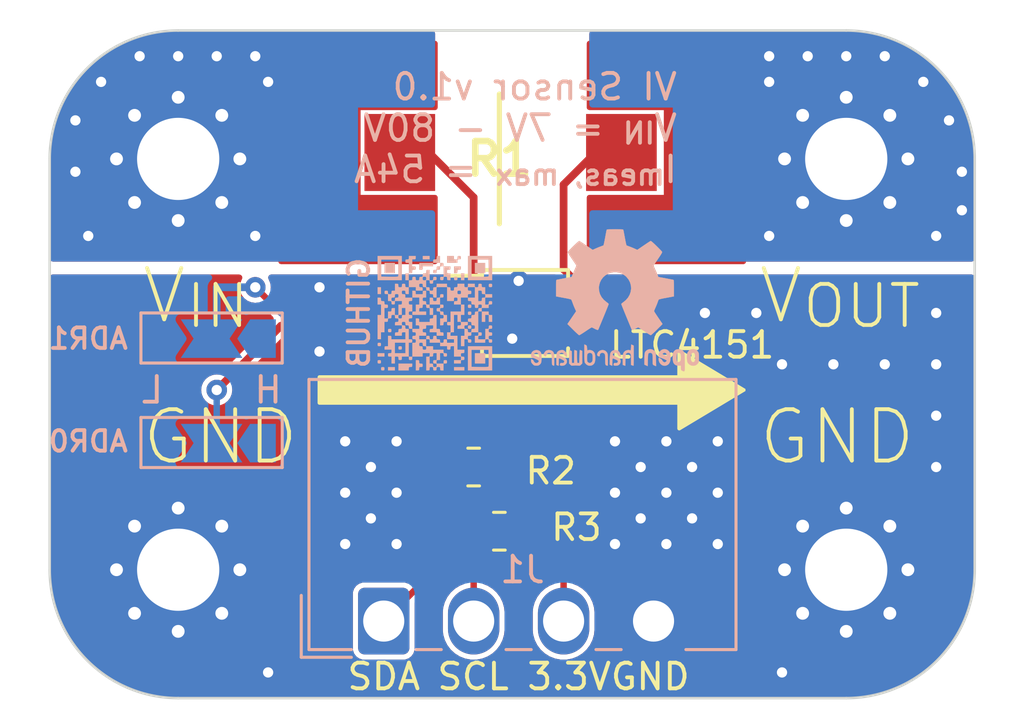
<source format=kicad_pcb>
(kicad_pcb (version 20221018) (generator pcbnew)
  (layers (0 "F.Cu" signal) (31 "B.Cu" signal) (34 "B.Paste" user) (35 "F.Paste" user) (36 "B.SilkS" user "B.Silkscreen") (37 "F.SilkS" user "F.Silkscreen") (38 "B.Mask" user) (39 "F.Mask" user) (44 "Edge.Cuts" user))
  (net 0 "")
  (net 1 "+BATT")
  (net 2 "/V_{out}")
  (net 3 "/ADR1")
  (net 4 "GND")
  (net 5 "/ADR0")
  (net 6 "/Sense_{+}")
  (net 7 "/Sense_{-}")
  (net 8 "+3.3V")
  (net 9 "/SDA")
  (net 10 "/SCL")
  (footprint "MountingHole:MountingHole_3.2mm_M3_Pad_Via" (layer "F.Cu") (at 135.5 85)
    (fp_text reference "H2" hide)
    (fp_text value "MountingHole_Pad")
    (pad "1" thru_hole circle (at -2.4 0) (size 0.8 0.8) (drill 0.5) (layers "*.Cu" "*.Mask") (net 2 "/V_{out}"))
    (pad "1" thru_hole circle (at -1.697056 -1.697056) (size 0.8 0.8) (drill 0.5) (layers "*.Cu" "*.Mask") (net 2 "/V_{out}"))
    (pad "1" thru_hole circle (at -1.697056 1.697056) (size 0.8 0.8) (drill 0.5) (layers "*.Cu" "*.Mask") (net 2 "/V_{out}"))
    (pad "1" thru_hole circle (at 0 -2.4) (size 0.8 0.8) (drill 0.5) (layers "*.Cu" "*.Mask") (net 2 "/V_{out}"))
    (pad "1" thru_hole circle (at 0 0) (size 6.4 6.4) (drill 3.2) (layers "*.Cu" "*.Mask") (net 2 "/V_{out}"))
    (pad "1" thru_hole circle (at 0 2.4) (size 0.8 0.8) (drill 0.5) (layers "*.Cu" "*.Mask") (net 2 "/V_{out}"))
    (pad "1" thru_hole circle (at 1.697056 -1.697056) (size 0.8 0.8) (drill 0.5) (layers "*.Cu" "*.Mask") (net 2 "/V_{out}"))
    (pad "1" thru_hole circle (at 1.697056 1.697056) (size 0.8 0.8) (drill 0.5) (layers "*.Cu" "*.Mask") (net 2 "/V_{out}"))
    (pad "1" thru_hole circle (at 2.4 0) (size 0.8 0.8) (drill 0.5) (layers "*.Cu" "*.Mask") (net 2 "/V_{out}"))
  )
  (footprint "Resistor_SMD:R_0805_2012Metric_Pad1.20x1.40mm_HandSolder" (layer "F.Cu") (at 121 97 180)
    (fp_text reference "R2" (at -3 -0.15) (layer "F.SilkS"))
    (fp_text value "2k")
    (pad "1" smd roundrect (at -1 0 180) (size 1.2 1.4) (layers "F.Cu" "F.Paste" "F.Mask") (roundrect_rratio 0.2083333333) (net 8 "+3.3V"))
    (pad "2" smd roundrect (at 1 0 180) (size 1.2 1.4) (layers "F.Cu" "F.Paste" "F.Mask") (roundrect_rratio 0.2083333333) (net 9 "/SDA"))
  )
  (footprint "MountingHole:MountingHole_3.2mm_M3_Pad_Via" (layer "F.Cu") (at 135.5 101)
    (fp_text reference "H6" hide)
    (fp_text value "MountingHole_Pad")
    (pad "1" thru_hole circle (at -2.4 0) (size 0.8 0.8) (drill 0.5) (layers "*.Cu" "*.Mask") (net 4 "GND"))
    (pad "1" thru_hole circle (at -1.697056 -1.697056) (size 0.8 0.8) (drill 0.5) (layers "*.Cu" "*.Mask") (net 4 "GND"))
    (pad "1" thru_hole circle (at -1.697056 1.697056) (size 0.8 0.8) (drill 0.5) (layers "*.Cu" "*.Mask") (net 4 "GND"))
    (pad "1" thru_hole circle (at 0 -2.4) (size 0.8 0.8) (drill 0.5) (layers "*.Cu" "*.Mask") (net 4 "GND"))
    (pad "1" thru_hole circle (at 0 0) (size 6.4 6.4) (drill 3.2) (layers "*.Cu" "*.Mask") (net 4 "GND"))
    (pad "1" thru_hole circle (at 0 2.4) (size 0.8 0.8) (drill 0.5) (layers "*.Cu" "*.Mask") (net 4 "GND"))
    (pad "1" thru_hole circle (at 1.697056 -1.697056) (size 0.8 0.8) (drill 0.5) (layers "*.Cu" "*.Mask") (net 4 "GND"))
    (pad "1" thru_hole circle (at 1.697056 1.697056) (size 0.8 0.8) (drill 0.5) (layers "*.Cu" "*.Mask") (net 4 "GND"))
    (pad "1" thru_hole circle (at 2.4 0) (size 0.8 0.8) (drill 0.5) (layers "*.Cu" "*.Mask") (net 4 "GND"))
  )
  (footprint "Package_SO:MSOP-10_3x3mm_P0.5mm" (layer "F.Cu") (at 123 91)
    (fp_text reference "LTC4151" (at 6.5 1.25) (layer "F.SilkS"))
    (fp_text value "LTC4151xMS")
    (pad "1" smd rect (at -2.2 -1) (size 1.4 0.3) (layers "F.Cu" "F.Paste" "F.Mask") (net 6 "/Sense_{+}"))
    (pad "2" smd rect (at -2.2 -0.5) (size 1.4 0.3) (layers "F.Cu" "F.Paste" "F.Mask") (net 1 "+BATT"))
    (pad "3" smd rect (at -2.2 0) (size 1.4 0.3) (layers "F.Cu" "F.Paste" "F.Mask") (net 3 "/ADR1"))
    (pad "4" smd rect (at -2.2 0.5) (size 1.4 0.3) (layers "F.Cu" "F.Paste" "F.Mask") (net 5 "/ADR0"))
    (pad "5" smd rect (at -2.2 1) (size 1.4 0.3) (layers "F.Cu" "F.Paste" "F.Mask") (net 4 "GND"))
    (pad "6" smd rect (at 2.2 1) (size 1.4 0.3) (layers "F.Cu" "F.Paste" "F.Mask") (net 10 "/SCL"))
    (pad "7" smd rect (at 2.2 0.5) (size 1.4 0.3) (layers "F.Cu" "F.Paste" "F.Mask") (net 9 "/SDA"))
    (pad "8" smd rect (at 2.2 0) (size 1.4 0.3) (layers "F.Cu" "F.Paste" "F.Mask"))
    (pad "9" smd rect (at 2.2 -0.5) (size 1.4 0.3) (layers "F.Cu" "F.Paste" "F.Mask") (net 4 "GND"))
    (pad "10" smd rect (at 2.2 -1) (size 1.4 0.3) (layers "F.Cu" "F.Paste" "F.Mask") (net 7 "/Sense_{-}"))
  )
  (footprint "MountingHole:MountingHole_3.2mm_M3_Pad_Via" (layer "F.Cu") (at 109.5 101)
    (fp_text reference "H5" hide)
    (fp_text value "MountingHole_Pad")
    (pad "1" thru_hole circle (at -2.4 0) (size 0.8 0.8) (drill 0.5) (layers "*.Cu" "*.Mask") (net 4 "GND"))
    (pad "1" thru_hole circle (at -1.697056 -1.697056) (size 0.8 0.8) (drill 0.5) (layers "*.Cu" "*.Mask") (net 4 "GND"))
    (pad "1" thru_hole circle (at -1.697056 1.697056) (size 0.8 0.8) (drill 0.5) (layers "*.Cu" "*.Mask") (net 4 "GND"))
    (pad "1" thru_hole circle (at 0 -2.4) (size 0.8 0.8) (drill 0.5) (layers "*.Cu" "*.Mask") (net 4 "GND"))
    (pad "1" thru_hole circle (at 0 0) (size 6.4 6.4) (drill 3.2) (layers "*.Cu" "*.Mask") (net 4 "GND"))
    (pad "1" thru_hole circle (at 0 2.4) (size 0.8 0.8) (drill 0.5) (layers "*.Cu" "*.Mask") (net 4 "GND"))
    (pad "1" thru_hole circle (at 1.697056 -1.697056) (size 0.8 0.8) (drill 0.5) (layers "*.Cu" "*.Mask") (net 4 "GND"))
    (pad "1" thru_hole circle (at 1.697056 1.697056) (size 0.8 0.8) (drill 0.5) (layers "*.Cu" "*.Mask") (net 4 "GND"))
    (pad "1" thru_hole circle (at 2.4 0) (size 0.8 0.8) (drill 0.5) (layers "*.Cu" "*.Mask") (net 4 "GND"))
  )
  (footprint "Resistor_SMD:R_0805_2012Metric_Pad1.20x1.40mm_HandSolder" (layer "F.Cu") (at 122 99.5 180)
    (fp_text reference "R3" (at -3 0.15) (layer "F.SilkS"))
    (fp_text value "2k")
    (pad "1" smd roundrect (at -1 0 180) (size 1.2 1.4) (layers "F.Cu" "F.Paste" "F.Mask") (roundrect_rratio 0.2083333333) (net 8 "+3.3V"))
    (pad "2" smd roundrect (at 1 0 180) (size 1.2 1.4) (layers "F.Cu" "F.Paste" "F.Mask") (roundrect_rratio 0.2083333333) (net 10 "/SCL"))
  )
  (footprint "SamacSys_Parts:RESC10052X90N" (layer "F.Cu") (at 122 85)
    (fp_text reference "R1" (at 0 0) (layer "F.SilkS") (effects (font (size 1.27 1.27) (thickness 0.254))))
    (fp_text value "HoLRS1575-1.5mR-1%" hide)
    (pad "1" smd custom (at -7 -0.5 90) (size 2.9 1.734) (layers "F.Cu" "F.Paste" "F.Mask") (net 1 "+BATT") (options (clearance outline) (anchor rect)) (primitives (gr_poly (pts (xy 4 4.5) (xy 4 -1.5) (xy -4.5 -1.5) (xy -4.5 4.5) (xy -2 4.5) (xy -2 1.5) (xy 1.5 1.5) (xy 1.5 4.5)) (width 0.2) (fill yes))))
    (pad "2" smd custom (at 8.5 -0.5) (size 1.5 1.5) (layers "F.Cu" "F.Paste" "F.Mask") (net 2 "/V_{out}") (options (clearance outline) (anchor circle)) (primitives (gr_poly (pts (xy -0.75 -1.625) (xy -0.73097 -1.720671) (xy -0.676777 -1.801777) (xy -0.595671 -1.85597) (xy -0.5 -1.875) (xy 0.5 -1.875) (xy 0.595671 -1.85597) (xy 0.676777 -1.801777) (xy 0.73097 -1.720671) (xy 0.75 -1.625) (xy 0.75 1.625) (xy 0.73097 1.720671) (xy 0.676777 1.801777) (xy 0.595671 1.85597) (xy 0.5 1.875) (xy -0.5 1.875) (xy -0.595671 1.85597) (xy -0.676777 1.801777) (xy -0.73097 1.720671) (xy -0.75 1.625)) (width 0) (fill yes)) (gr_poly (pts (xy -5 -4) (xy 1 -4) (xy 1 4.5) (xy -5 4.5) (xy -5 2) (xy -2 2) (xy -2 -1.5) (xy -5 -1.5)) (width 0.2) (fill yes))))
    (pad "3" smd rect (at -3.875 -0.25) (size 2.75 3) (layers "F.Cu" "F.Paste" "F.Mask") (net 6 "/Sense_{+}"))
    (pad "4" smd rect (at 4.75 -0.25) (size 2.749998 3) (layers "F.Cu" "F.Paste" "F.Mask") (net 7 "/Sense_{-}"))
  )
  (footprint "MountingHole:MountingHole_3.2mm_M3_Pad_Via" (layer "F.Cu") (at 109.5 85)
    (fp_text reference "H1" hide)
    (fp_text value "MountingHole_Pad")
    (pad "1" thru_hole circle (at -2.4 0) (size 0.8 0.8) (drill 0.5) (layers "*.Cu" "*.Mask") (net 1 "+BATT"))
    (pad "1" thru_hole circle (at -1.697056 -1.697056) (size 0.8 0.8) (drill 0.5) (layers "*.Cu" "*.Mask") (net 1 "+BATT"))
    (pad "1" thru_hole circle (at -1.697056 1.697056) (size 0.8 0.8) (drill 0.5) (layers "*.Cu" "*.Mask") (net 1 "+BATT"))
    (pad "1" thru_hole circle (at 0 -2.4) (size 0.8 0.8) (drill 0.5) (layers "*.Cu" "*.Mask") (net 1 "+BATT"))
    (pad "1" thru_hole circle (at 0 0) (size 6.4 6.4) (drill 3.2) (layers "*.Cu" "*.Mask") (net 1 "+BATT"))
    (pad "1" thru_hole circle (at 0 2.4) (size 0.8 0.8) (drill 0.5) (layers "*.Cu" "*.Mask") (net 1 "+BATT"))
    (pad "1" thru_hole circle (at 1.697056 -1.697056) (size 0.8 0.8) (drill 0.5) (layers "*.Cu" "*.Mask") (net 1 "+BATT"))
    (pad "1" thru_hole circle (at 1.697056 1.697056) (size 0.8 0.8) (drill 0.5) (layers "*.Cu" "*.Mask") (net 1 "+BATT"))
    (pad "1" thru_hole circle (at 2.4 0) (size 0.8 0.8) (drill 0.5) (layers "*.Cu" "*.Mask") (net 1 "+BATT"))
  )
  (footprint "LOGO" (layer "B.Cu") (at 119.5 91 180)
    (fp_text reference "G***" hide)
    (fp_text value "LOGO" hide)
  )
  (footprint "Jumper:SolderJumper-3_P2.0mm_Open_TrianglePad1.0x1.5mm_NumberLabels" (layer "B.Cu") (at 110.8 96.07 180)
    (fp_text reference "ADR0" (at 4.8 0.07 180) (layer "B.SilkS") (effects (font (size 0.8 0.8)) (justify mirror)))
    (fp_text value "SolderJumper_3_Open" hide)
    (fp_text user "L" (at 2.3 2.07 180) (layer "B.SilkS") (effects (justify mirror)))
    (fp_text user "H" (at -2.2 2.07 180) (layer "B.SilkS") (effects (justify mirror)))
    (pad "1" smd custom (at -2 0 180) (size 0.3 0.3) (layers "B.Cu" "B.Mask") (net 1 "+BATT") (options (clearance outline) (anchor rect)) (primitives (gr_poly (pts (xy 1 0) (xy 0.5 -0.75) (xy -0.5 -0.75) (xy -0.5 0.75) (xy 0.5 0.75)) (width 0) (fill yes))))
    (pad "2" smd custom (at 0 0 180) (size 0.3 0.3) (layers "B.Cu") (net 5 "/ADR0") (options (clearance outline) (anchor rect)) (primitives (gr_poly (pts (xy 0.7 0) (xy 1.2 -0.75) (xy -1.2 -0.75) (xy -0.7 0) (xy -1.2 0.75) (xy 1.2 0.75)) (width 0) (fill yes))))
    (pad "3" smd custom (at 2 0) (size 0.3 0.3) (layers "B.Cu" "B.Mask") (net 4 "GND") (options (clearance outline) (anchor rect)) (primitives (gr_poly (pts (xy 1 0) (xy 0.5 -0.75) (xy -0.5 -0.75) (xy -0.5 0.75) (xy 0.5 0.75)) (width 0) (fill yes))))
  )
  (footprint "Jumper:SolderJumper-3_P2.0mm_Open_TrianglePad1.0x1.5mm_NumberLabels" (layer "B.Cu") (at 110.8 92 180)
    (fp_text reference "ADR1" (at 4.8 0) (layer "B.SilkS") (effects (font (size 0.8 0.8)) (justify mirror)))
    (fp_text value "SolderJumper_3_Open" hide)
    (pad "1" smd custom (at -2 0 180) (size 0.3 0.3) (layers "B.Cu" "B.Mask") (net 1 "+BATT") (options (clearance outline) (anchor rect)) (primitives (gr_poly (pts (xy 1 0) (xy 0.5 -0.75) (xy -0.5 -0.75) (xy -0.5 0.75) (xy 0.5 0.75)) (width 0) (fill yes))))
    (pad "2" smd custom (at 0 0 180) (size 0.3 0.3) (layers "B.Cu") (net 3 "/ADR1") (options (clearance outline) (anchor rect)) (primitives (gr_poly (pts (xy 0.7 0) (xy 1.2 -0.75) (xy -1.2 -0.75) (xy -0.7 0) (xy -1.2 0.75) (xy 1.2 0.75)) (width 0) (fill yes))))
    (pad "3" smd custom (at 2 0) (size 0.3 0.3) (layers "B.Cu" "B.Mask") (net 4 "GND") (options (clearance outline) (anchor rect)) (primitives (gr_poly (pts (xy 1 0) (xy 0.5 -0.75) (xy -0.5 -0.75) (xy -0.5 0.75) (xy 0.5 0.75)) (width 0) (fill yes))))
  )
  (footprint "Symbol:OSHW-Logo2_7.3x6mm_SilkScreen" (layer "B.Cu") (at 126.5 90.5 180)
    (fp_text reference "REF**" hide)
    (fp_text value "OSHW-Logo2_7.3x6mm_SilkScreen" hide)
  )
  (footprint "Connector_Wago:Wago_734-164_1x04_P3.50mm_Horizontal" (layer "B.Cu") (at 117.5 103)
    (fp_text reference "J1" (at 5.4 -2) (layer "B.SilkS") (effects (justify mirror)))
    (fp_text value "Wago_734-164_1x04_P3.50mm" hide)
    (pad "1" thru_hole roundrect (at 0 0) (size 2 2.6) (drill 1.6) (layers "*.Cu" "*.Mask") (roundrect_rratio 0.125) (net 9 "/SDA"))
    (pad "2" thru_hole oval (at 3.5 0) (size 2 2.6) (drill 1.6) (layers "*.Cu" "*.Mask") (net 10 "/SCL"))
    (pad "3" thru_hole oval (at 7 0) (size 2 2.6) (drill 1.6) (layers "*.Cu" "*.Mask") (net 8 "+3.3V"))
    (pad "4" thru_hole oval (at 10.5 0) (size 2 2.6) (drill 1.6) (layers "*.Cu" "*.Mask") (net 4 "GND"))
  )
  (gr_poly (pts (xy 115 93.5) (xy 129 93.5) (xy 129 92.5) (xy 131.5 94) (xy 129 95.5) (xy 129 94.5) (xy 115 94.5)) (stroke (width 0.15)) (fill solid) (layer "F.SilkS"))
  (gr_arc (start 140.5 101) (mid 139.035534 104.535534) (end 135.5 106) (stroke (width 0.1)) (layer "Edge.Cuts"))
  (gr_line (start 109.5 80) (end 135.5 80) (stroke (width 0.1)) (layer "Edge.Cuts"))
  (gr_arc (start 104.5 85) (mid 105.964466 81.464466) (end 109.5 80) (stroke (width 0.1)) (layer "Edge.Cuts"))
  (gr_line (start 104.5 101) (end 104.5 85) (stroke (width 0.1)) (layer "Edge.Cuts"))
  (gr_arc (start 135.5 80) (mid 139.035534 81.464466) (end 140.5 85) (stroke (width 0.1)) (layer "Edge.Cuts"))
  (gr_line (start 140.5 85) (end 140.5 101) (stroke (width 0.1)) (layer "Edge.Cuts"))
  (gr_arc (start 109.5 106) (mid 105.964466 104.535534) (end 104.5 101) (stroke (width 0.1)) (layer "Edge.Cuts"))
  (gr_line (start 135.5 106) (end 109.5 106) (stroke (width 0.1)) (layer "Edge.Cuts"))
  (gr_text "GITHUB\n" (at 117 91 90) (layer "B.SilkS") (effects (font (size 0.8 0.8)) (justify bottom mirror)))
  (gr_text "VI Sensor v1.0\nV_{IN} = 7V - 80V\nI_{meas, max} = 54A" (at 129 86) (layer "B.SilkS") (effects (font (size 1 1)) (justify left bottom mirror)))
  (gr_text "SDA" (at 116 105.75) (layer "F.SilkS") (effects (font (size 1 1)) (justify left bottom)))
  (gr_text "GND" (at 132 97) (layer "F.SilkS") (effects (font (size 2 2)) (justify left bottom)))
  (gr_text "3.3V" (at 123 105.75) (layer "F.SilkS") (effects (font (size 1 1)) (justify left bottom)))
  (gr_text "SCL" (at 119.5 105.75) (layer "F.SilkS") (effects (font (size 1 1)) (justify left bottom)))
  (gr_text "GND" (at 126.25 105.75) (layer "F.SilkS") (effects (font (size 1 1)) (justify left bottom)))
  (gr_text "V_{OUT}" (at 132 91.5) (layer "F.SilkS") (effects (font (size 2 2)) (justify left bottom)))
  (gr_text "GND" (at 108 97) (layer "F.SilkS") (effects (font (size 2 2)) (justify left bottom)))
  (gr_text "V_{IN}" (at 108 91.5) (layer "F.SilkS") (effects (font (size 2 2)) (justify left bottom)))
  (via (at 105.5 85.5) (size 0.8) (drill 0.4) (layers "F.Cu" "B.Cu") (net 1))
  (via (at 112.5 88) (size 0.8) (drill 0.4) (layers "F.Cu" "B.Cu") (net 1))
  (via (at 106 88) (size 0.8) (drill 0.4) (layers "F.Cu" "B.Cu") (net 1))
  (via (at 112.5 81) (size 0.8) (drill 0.4) (layers "F.Cu" "B.Cu") (net 1))
  (via (at 109.5 81) (size 0.8) (drill 0.4) (layers "F.Cu" "B.Cu") (net 1))
  (via (at 111 81) (size 0.8) (drill 0.4) (layers "F.Cu" "B.Cu") (net 1))
  (via (at 105.5 83.5) (size 0.8) (drill 0.4) (layers "F.Cu" "B.Cu") (net 1))
  (via (at 113 82) (size 0.8) (drill 0.4) (layers "F.Cu" "B.Cu") (net 1))
  (via (at 108 81) (size 0.8) (drill 0.4) (layers "F.Cu" "B.Cu") (net 1))
  (via (at 106.5 82) (size 0.8) (drill 0.4) (layers "F.Cu" "B.Cu") (net 1))
  (via (at 132.5 81) (size 0.8) (drill 0.4) (layers "F.Cu" "B.Cu") (net 2))
  (via (at 139 88) (size 0.8) (drill 0.4) (layers "F.Cu" "B.Cu") (net 2))
  (via (at 138.5 82) (size 0.8) (drill 0.4) (layers "F.Cu" "B.Cu") (net 2))
  (via (at 140 87) (size 0.8) (drill 0.4) (layers "F.Cu" "B.Cu") (net 2))
  (via (at 137 81) (size 0.8) (drill 0.4) (layers "F.Cu" "B.Cu") (net 2))
  (via (at 132.5 88) (size 0.8) (drill 0.4) (layers "F.Cu" "B.Cu") (net 2))
  (via (at 135.5 81) (size 0.8) (drill 0.4) (layers "F.Cu" "B.Cu") (net 2))
  (via (at 134 81) (size 0.8) (drill 0.4) (layers "F.Cu" "B.Cu") (net 2))
  (via (at 132.5 82) (size 0.8) (drill 0.4) (layers "F.Cu" "B.Cu") (net 2))
  (via (at 140 85.5) (size 0.8) (drill 0.4) (layers "F.Cu" "B.Cu") (net 2))
  (via (at 139.5 83.5) (size 0.8) (drill 0.4) (layers "F.Cu" "B.Cu") (net 2))
  (segment (start 112.5 90) (end 113.5 91) (width 0.25) (layer "F.Cu") (net 3))
  (segment (start 113.5 91) (end 120.6 91) (width 0.25) (layer "F.Cu") (net 3))
  (via (at 112.5 90) (size 0.8) (drill 0.4) (layers "F.Cu" "B.Cu") (net 3))
  (segment (start 111 90) (end 112.5 90) (width 0.3) (layer "B.Cu") (net 3))
  (segment (start 111 92) (end 111 90) (width 0.3) (layer "B.Cu") (net 3))
  (segment (start 122.5 92) (end 120.6 92) (width 0.3) (layer "F.Cu") (net 4))
  (segment (start 125 90.5) (end 123.5 90.5) (width 0.25) (layer "F.Cu") (net 4))
  (segment (start 123.5 90.5) (end 122.75 89.75) (width 0.25) (layer "F.Cu") (net 4))
  (via (at 118 98) (size 0.8) (drill 0.4) (layers "F.Cu" "B.Cu") (net 4))
  (via (at 126.5 98) (size 0.8) (drill 0.4) (layers "F.Cu" "B.Cu") (net 4))
  (via (at 127.5 97) (size 0.8) (drill 0.4) (layers "F.Cu" "B.Cu") (net 4))
  (via (at 130.5 96) (size 0.8) (drill 0.4) (layers "F.Cu" "B.Cu") (net 4))
  (via (at 115 90) (size 0.8) (drill 0.4) (layers "F.Cu" "B.Cu") (net 4))
  (via (at 126.5 96) (size 0.8) (drill 0.4) (layers "F.Cu" "B.Cu") (net 4))
  (via (at 139 93) (size 0.8) (drill 0.4) (layers "F.Cu" "B.Cu") (net 4))
  (via (at 128.5 96) (size 0.8) (drill 0.4) (layers "F.Cu" "B.Cu") (net 4))
  (via (at 117 97) (size 0.8) (drill 0.4) (layers "F.Cu" "B.Cu") (net 4))
  (via (at 116 98) (size 0.8) (drill 0.4) (layers "F.Cu" "B.Cu") (net 4))
  (via (at 130.5 100) (size 0.8) (drill 0.4) (layers "F.Cu" "B.Cu") (net 4))
  (via (at 130 91) (size 0.8) (drill 0.4) (layers "F.Cu" "B.Cu") (net 4))
  (via (at 129.5 97) (size 0.8) (drill 0.4) (layers "F.Cu" "B.Cu") (net 4))
  (via (at 118 96) (size 0.8) (drill 0.4) (layers "F.Cu" "B.Cu") (net 4))
  (via (at 130.5 98) (size 0.8) (drill 0.4) (layers "F.Cu" "B.Cu") (net 4))
  (via (at 117 99) (size 0.8) (drill 0.4) (layers "F.Cu" "B.Cu") (net 4))
  (via (at 116 100) (size 0.8) (drill 0.4) (layers "F.Cu" "B.Cu") (net 4))
  (via (at 118 100) (size 0.8) (drill 0.4) (layers "F.Cu" "B.Cu") (net 4))
  (via (at 126.5 100) (size 0.8) (drill 0.4) (layers "F.Cu" "B.Cu") (net 4))
  (via (at 133 105) (size 0.8) (drill 0.4) (layers "F.Cu" "B.Cu") (net 4))
  (via (at 135 93) (size 0.8) (drill 0.4) (layers "F.Cu" "B.Cu") (net 4))
  (via (at 137 93) (size 0.8) (drill 0.4) (layers "F.Cu" "B.Cu") (net 4))
  (via (at 139 97) (size 0.8) (drill 0.4) (layers "F.Cu" "B.Cu") (net 4))
  (via (at 128.5 98) (size 0.8) (drill 0.4) (layers "F.Cu" "B.Cu") (net 4))
  (via (at 128.5 100) (size 0.8) (drill 0.4) (layers "F.Cu" "B.Cu") (net 4))
  (via (at 133 93) (size 0.8) (drill 0.4) (layers "F.Cu" "B.Cu") (net 4))
  (via (at 113 105) (size 0.8) (drill 0.4) (layers "F.Cu" "B.Cu") (net 4))
  (via (at 122.5 92) (size 0.8) (drill 0.4) (layers "F.Cu" "B.Cu") (net 4))
  (via (at 129.5 99) (size 0.8) (drill 0.4) (layers "F.Cu" "B.Cu") (net 4))
  (via (at 139 91) (size 0.8) (drill 0.4) (layers "F.Cu" "B.Cu") (net 4))
  (via (at 127.5 99) (size 0.8) (drill 0.4) (layers "F.Cu" "B.Cu") (net 4))
  (via (at 116 96) (size 0.8) (drill 0.4) (layers "F.Cu" "B.Cu") (net 4))
  (via (at 122.75 89.75) (size 0.8) (drill 0.4) (layers "F.Cu" "B.Cu") (net 4))
  (via (at 132 91) (size 0.8) (drill 0.4) (layers "F.Cu" "B.Cu") (net 4))
  (via (at 139 95) (size 0.8) (drill 0.4) (layers "F.Cu" "B.Cu") (net 4))
  (via (at 115 92.5) (size 0.8) (drill 0.4) (layers "F.Cu" "B.Cu") (net 4))
  (segment (start 109 95.5) (end 109 99.5) (width 0.5) (layer "B.Cu") (net 4))
  (segment (start 109 92) (end 109 96) (width 0.25) (layer "B.Cu") (net 4))
  (segment (start 111 100.5) (end 110.5 101) (width 0.5) (layer "B.Cu") (net 4))
  (segment (start 109 99.5) (end 110.5 101) (width 0.5) (layer "B.Cu") (net 4))
  (segment (start 113.5 91.5) (end 120.6 91.5) (width 0.3) (layer "F.Cu") (net 5))
  (segment (start 111 94) (end 113.5 91.5) (width 0.3) (layer "F.Cu") (net 5))
  (via (at 111 94) (size 0.8) (drill 0.4) (layers "F.Cu" "B.Cu") (net 5))
  (segment (start 111 96) (end 111 94) (width 0.25) (layer "B.Cu") (net 5))
  (segment (start 121 89.8) (end 120.8 90) (width 0.3) (layer "F.Cu") (net 6))
  (segment (start 119.25 84.75) (end 121 86.5) (width 0.3) (layer "F.Cu") (net 6))
  (segment (start 121 86.5) (end 121 89.8) (width 0.3) (layer "F.Cu") (net 6))
  (segment (start 118.125 84.75) (end 119.25 84.75) (width 0.3) (layer "F.Cu") (net 6))
  (segment (start 125.75 84.75) (end 124.5 86) (width 0.3) (layer "F.Cu") (net 7))
  (segment (start 124.5 89.3) (end 125.2 90) (width 0.3) (layer "F.Cu") (net 7))
  (segment (start 124.5 86) (end 124.5 89.3) (width 0.3) (layer "F.Cu") (net 7))
  (segment (start 126.75 84.75) (end 125.75 84.75) (width 0.3) (layer "F.Cu") (net 7))
  (segment (start 124.5 101) (end 123 99.5) (width 0.25) (layer "F.Cu") (net 8))
  (segment (start 124.5 103) (end 124.5 101) (width 0.25) (layer "F.Cu") (net 8))
  (segment (start 122 97) (end 122 98.5) (width 0.25) (layer "F.Cu") (net 8))
  (segment (start 122 98.5) (end 123 99.5) (width 0.25) (layer "F.Cu") (net 8))
  (segment (start 120 100.5) (end 117.5 103) (width 0.25) (layer "F.Cu") (net 9))
  (segment (start 120 97) (end 120 100.5) (width 0.25) (layer "F.Cu") (net 9))
  (segment (start 125 91.5) (end 124.19038 91.5) (width 0.25) (layer "F.Cu") (net 9))
  (segment (start 124.19038 91.5) (end 120 95.69038) (width 0.25) (layer "F.Cu") (net 9))
  (segment (start 120 95.69038) (end 120 97) (width 0.25) (layer "F.Cu") (net 9))
  (segment (start 121 96) (end 121 99.5) (width 0.25) (layer "F.Cu") (net 10))
  (segment (start 121 99.5) (end 121 103) (width 0.25) (layer "F.Cu") (net 10))
  (segment (start 125 92) (end 121 96) (width 0.25) (layer "F.Cu") (net 10))
  (zone (net 4) (net_name "GND") (layers "F&B.Cu") (priority 1) (connect_pads yes (clearance 0.05)) (min_thickness 0.25) (fill yes (thermal_gap 0.5) (thermal_bridge_width 0.5))
    (polygon (pts (xy 141 89.5) (xy 104 89.5) (xy 104 106.5) (xy 141 106.5)))
  )
  (zone (net 2) (net_name "/V_{out}") (layers "F&B.Cu") (connect_pads yes (clearance 0.05)) (min_thickness 0.25) (fill yes (thermal_gap 0.5) (thermal_bridge_width 0.5))
    (polygon (pts (xy 141.25 89) (xy 125.5 89) (xy 125.5 87) (xy 128.75 87) (xy 128.75 83) (xy 125.5 83) (xy 125.5 79.5) (xy 141.25 79.5)))
  )
  (zone (net 1) (net_name "+BATT") (layers "F&B.Cu") (connect_pads yes (clearance 0.05)) (min_thickness 0.25) (fill yes (thermal_gap 0.5) (thermal_bridge_width 0.5))
    (polygon (pts (xy 104 79.5) (xy 119.5 79.5) (xy 119.5 83) (xy 116.5 83) (xy 116.5 87) (xy 119.5 87) (xy 119.5 89) (xy 104 89)))
  )
)
</source>
